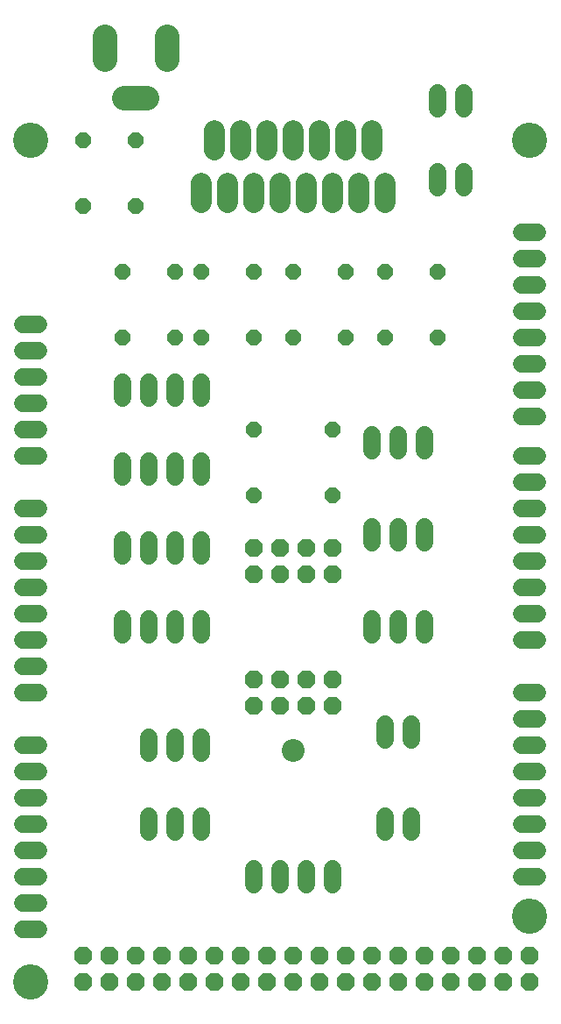
<source format=gbr>
G04 EAGLE Gerber RS-274X export*
G75*
%MOMM*%
%FSLAX34Y34*%
%LPD*%
%INSoldermask Top*%
%IPPOS*%
%AMOC8*
5,1,8,0,0,1.08239X$1,22.5*%
G01*
%ADD10P,1.649562X8X22.500000*%
%ADD11C,2.003200*%
%ADD12C,1.727200*%
%ADD13P,1.869504X8X202.500000*%
%ADD14C,3.403200*%
%ADD15C,2.203200*%
%ADD16C,2.387600*%
%ADD17P,1.869504X8X22.500000*%


D10*
X317500Y850900D03*
X368300Y850900D03*
X317500Y787400D03*
X368300Y787400D03*
X406400Y723900D03*
X355600Y723900D03*
X482600Y723900D03*
X431800Y723900D03*
X571500Y723900D03*
X520700Y723900D03*
X660400Y723900D03*
X609600Y723900D03*
X660400Y660400D03*
X609600Y660400D03*
X571500Y660400D03*
X520700Y660400D03*
X482600Y660400D03*
X431800Y660400D03*
X406400Y660400D03*
X355600Y660400D03*
D11*
X520700Y841900D02*
X520700Y859900D01*
X533400Y809100D02*
X533400Y791100D01*
X546100Y841900D02*
X546100Y859900D01*
X558800Y809100D02*
X558800Y791100D01*
X571500Y841900D02*
X571500Y859900D01*
X584200Y809100D02*
X584200Y791100D01*
X508000Y791100D02*
X508000Y809100D01*
X495300Y841900D02*
X495300Y859900D01*
X482600Y809100D02*
X482600Y791100D01*
X469900Y841900D02*
X469900Y859900D01*
X457200Y809100D02*
X457200Y791100D01*
X596900Y841900D02*
X596900Y859900D01*
X609600Y809100D02*
X609600Y791100D01*
X444500Y841900D02*
X444500Y859900D01*
X431800Y809100D02*
X431800Y791100D01*
D12*
X274320Y673100D02*
X259080Y673100D01*
X259080Y647700D02*
X274320Y647700D01*
X274320Y622300D02*
X259080Y622300D01*
X259080Y596900D02*
X274320Y596900D01*
X274320Y571500D02*
X259080Y571500D01*
X259080Y546100D02*
X274320Y546100D01*
X274320Y495300D02*
X259080Y495300D01*
X259080Y469900D02*
X274320Y469900D01*
X274320Y444500D02*
X259080Y444500D01*
X259080Y419100D02*
X274320Y419100D01*
X274320Y393700D02*
X259080Y393700D01*
X259080Y368300D02*
X274320Y368300D01*
X274320Y342900D02*
X259080Y342900D01*
X259080Y317500D02*
X274320Y317500D01*
X274320Y266700D02*
X259080Y266700D01*
X259080Y241300D02*
X274320Y241300D01*
X274320Y215900D02*
X259080Y215900D01*
X259080Y190500D02*
X274320Y190500D01*
X274320Y165100D02*
X259080Y165100D01*
X259080Y139700D02*
X274320Y139700D01*
X274320Y114300D02*
X259080Y114300D01*
X259080Y88900D02*
X274320Y88900D01*
X741680Y139700D02*
X756920Y139700D01*
X756920Y165100D02*
X741680Y165100D01*
X741680Y190500D02*
X756920Y190500D01*
X756920Y215900D02*
X741680Y215900D01*
X741680Y241300D02*
X756920Y241300D01*
X756920Y266700D02*
X741680Y266700D01*
X741680Y292100D02*
X756920Y292100D01*
X756920Y317500D02*
X741680Y317500D01*
X741680Y368300D02*
X756920Y368300D01*
X756920Y393700D02*
X741680Y393700D01*
X741680Y419100D02*
X756920Y419100D01*
X756920Y444500D02*
X741680Y444500D01*
X741680Y469900D02*
X756920Y469900D01*
X756920Y495300D02*
X741680Y495300D01*
X741680Y520700D02*
X756920Y520700D01*
X756920Y546100D02*
X741680Y546100D01*
X741680Y584200D02*
X756920Y584200D01*
X756920Y609600D02*
X741680Y609600D01*
X741680Y635000D02*
X756920Y635000D01*
X756920Y660400D02*
X741680Y660400D01*
X741680Y685800D02*
X756920Y685800D01*
X756920Y711200D02*
X741680Y711200D01*
X741680Y736600D02*
X756920Y736600D01*
X756920Y762000D02*
X741680Y762000D01*
D13*
X749300Y63500D03*
X749300Y38100D03*
X723900Y63500D03*
X723900Y38100D03*
X698500Y63500D03*
X698500Y38100D03*
X673100Y63500D03*
X673100Y38100D03*
X647700Y63500D03*
X647700Y38100D03*
X622300Y63500D03*
X622300Y38100D03*
X596900Y63500D03*
X596900Y38100D03*
X571500Y63500D03*
X571500Y38100D03*
X546100Y63500D03*
X546100Y38100D03*
X520700Y63500D03*
X520700Y38100D03*
X495300Y63500D03*
X495300Y38100D03*
X469900Y63500D03*
X469900Y38100D03*
X444500Y63500D03*
X444500Y38100D03*
X419100Y63500D03*
X419100Y38100D03*
X393700Y63500D03*
X393700Y38100D03*
X368300Y63500D03*
X368300Y38100D03*
X342900Y63500D03*
X342900Y38100D03*
X317500Y63500D03*
X317500Y38100D03*
D14*
X749300Y850900D03*
X266700Y850900D03*
X749300Y101600D03*
X266700Y38100D03*
D15*
X520700Y261620D03*
D16*
X379222Y891800D02*
X357378Y891800D01*
X338300Y928878D02*
X338300Y950722D01*
X398300Y950722D02*
X398300Y928878D01*
D12*
X355600Y388620D02*
X355600Y373380D01*
X381000Y373380D02*
X381000Y388620D01*
X406400Y388620D02*
X406400Y373380D01*
X431800Y373380D02*
X431800Y388620D01*
X355600Y449580D02*
X355600Y464820D01*
X381000Y464820D02*
X381000Y449580D01*
X406400Y449580D02*
X406400Y464820D01*
X431800Y464820D02*
X431800Y449580D01*
X355600Y525780D02*
X355600Y541020D01*
X381000Y541020D02*
X381000Y525780D01*
X406400Y525780D02*
X406400Y541020D01*
X431800Y541020D02*
X431800Y525780D01*
X355600Y601980D02*
X355600Y617220D01*
X381000Y617220D02*
X381000Y601980D01*
X406400Y601980D02*
X406400Y617220D01*
X431800Y617220D02*
X431800Y601980D01*
X609600Y198120D02*
X609600Y182880D01*
X635000Y182880D02*
X635000Y198120D01*
X609600Y271780D02*
X609600Y287020D01*
X635000Y287020D02*
X635000Y271780D01*
X660400Y881380D02*
X660400Y896620D01*
X685800Y896620D02*
X685800Y881380D01*
X660400Y820420D02*
X660400Y805180D01*
X685800Y805180D02*
X685800Y820420D01*
D17*
X482600Y304800D03*
X508000Y304800D03*
X533400Y304800D03*
X558800Y304800D03*
X482600Y330200D03*
X508000Y330200D03*
X533400Y330200D03*
X558800Y330200D03*
D12*
X381000Y198120D02*
X381000Y182880D01*
X406400Y182880D02*
X406400Y198120D01*
X431800Y198120D02*
X431800Y182880D01*
X381000Y259080D02*
X381000Y274320D01*
X406400Y274320D02*
X406400Y259080D01*
X431800Y259080D02*
X431800Y274320D01*
X596900Y373380D02*
X596900Y388620D01*
X622300Y388620D02*
X622300Y373380D01*
X647700Y373380D02*
X647700Y388620D01*
X596900Y462280D02*
X596900Y477520D01*
X622300Y477520D02*
X622300Y462280D01*
X647700Y462280D02*
X647700Y477520D01*
X596900Y551180D02*
X596900Y566420D01*
X622300Y566420D02*
X622300Y551180D01*
X647700Y551180D02*
X647700Y566420D01*
D13*
X558800Y457200D03*
X533400Y457200D03*
X508000Y457200D03*
X482600Y457200D03*
X558800Y431800D03*
X533400Y431800D03*
X508000Y431800D03*
X482600Y431800D03*
D10*
X482600Y508000D03*
X558800Y508000D03*
X482600Y571500D03*
X558800Y571500D03*
D12*
X482600Y147320D02*
X482600Y132080D01*
X508000Y132080D02*
X508000Y147320D01*
X533400Y147320D02*
X533400Y132080D01*
X558800Y132080D02*
X558800Y147320D01*
M02*

</source>
